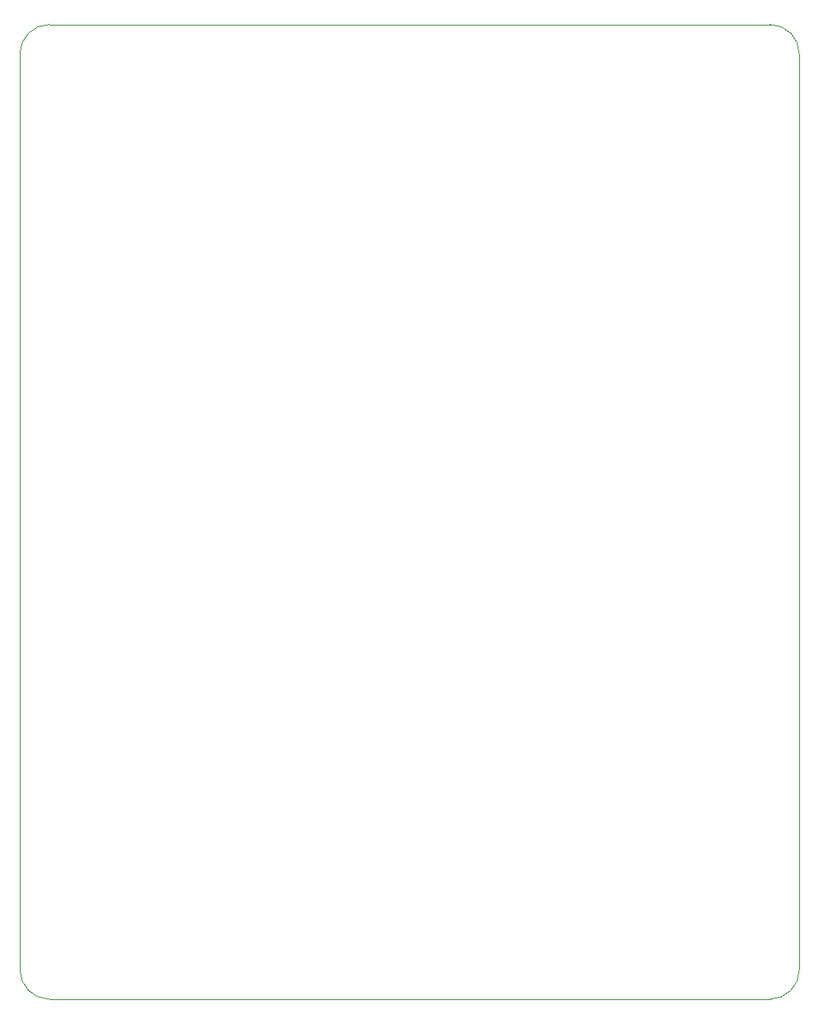
<source format=gm1>
%TF.GenerationSoftware,KiCad,Pcbnew,7.0.6*%
%TF.CreationDate,2023-07-29T04:39:02-03:00*%
%TF.ProjectId,OpenLabGeniosNano_V1,4f70656e-4c61-4624-9765-6e696f734e61,V1.0*%
%TF.SameCoordinates,Original*%
%TF.FileFunction,Profile,NP*%
%FSLAX46Y46*%
G04 Gerber Fmt 4.6, Leading zero omitted, Abs format (unit mm)*
G04 Created by KiCad (PCBNEW 7.0.6) date 2023-07-29 04:39:02*
%MOMM*%
%LPD*%
G01*
G04 APERTURE LIST*
%TA.AperFunction,Profile*%
%ADD10C,0.100000*%
%TD*%
G04 APERTURE END LIST*
D10*
X150860000Y-29340000D02*
G75*
G03*
X147860000Y-26340000I-3000000J0D01*
G01*
X147860000Y-26340000D02*
X73860000Y-26340000D01*
X147860000Y-126340000D02*
G75*
G03*
X150860000Y-123340000I0J3000000D01*
G01*
X70860000Y-29340000D02*
X70860000Y-123340000D01*
X73860000Y-26340000D02*
G75*
G03*
X70860000Y-29340000I0J-3000000D01*
G01*
X150860000Y-123340000D02*
X150860000Y-29340000D01*
X73860000Y-126340000D02*
X147860000Y-126340000D01*
X70860000Y-123340000D02*
G75*
G03*
X73860000Y-126340000I3000000J0D01*
G01*
M02*

</source>
